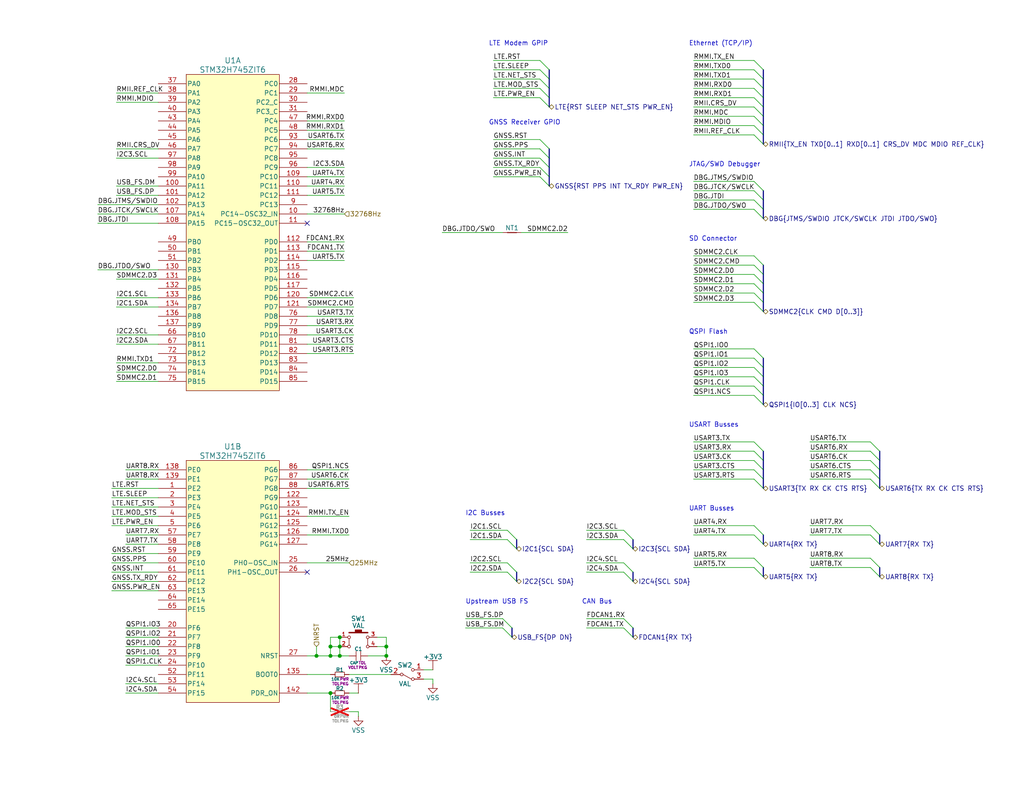
<source format=kicad_sch>
(kicad_sch (version 20250114) (generator "eeschema") (generator_version "9.0")
  (paper "USLetter")
  (title_block (title "STM32H745 I/Os") (date "2025-03-03") (rev "1") (comment 2 "PROTOTYPE") (comment 3 "2025"))
  (lib_symbols
    (symbol "lib_sch:+3V3" (power) (pin_numbers (hide yes)) (pin_names (offset 0) (hide yes))
      (property "Value" "+3V3" (at 0 3.556 0))
      (symbol "+3V3_0_1"
        (polyline (pts (xy -1.27 2.54) (xy 0 2.54)))
        (polyline (pts (xy 0 2.54) (xy 1.27 2.54)))
        (polyline (pts (xy 0 0) (xy 0 2.54)))
      )
      (symbol "+3V3_1_1"
        (pin power_in line (at 0 0 90) (length 0) (name "~") (number "1"))
      )
    )
    (symbol "lib_sch:C_horizontal"
      (property "Reference" "C?" (at 0 1.905 0))
      (property "Value" "CAP" (at 0 -1.905 0))
      (property "Tolerace" "TOL" (at 0 -1.905 0))
      (property "Voltage Rating" "VOLT" (at 0 -3.175 0))
      (property "Package" "PKG" (at 0 -3.175 0))
      (symbol "C_horizontal_0_1"
        (polyline (pts (xy -0.635 -1.27) (xy -0.635 1.27)))
        (polyline (pts (xy 0.635 -1.27) (xy 0.635 1.27)))
      )
      (symbol "C_horizontal_1_1"
        (pin passive line (at -2.54 0 0) (length 1.905) (name "") (number "1"))
        (pin passive line (at 2.54 0 180) (length 1.905) (name "") (number "2"))
      )
    )
    (symbol "lib_sch:NetTie_2" (pin_numbers (hide yes)) (pin_names (offset 0) (hide yes)) (in_bom no)
      (property "Reference" "NT" (at 0 1.27 0))
      (property "Value" "NetTie_2" (at 0 -1.27 0))
      (symbol "NetTie_2_0_1"
        (polyline (pts (xy -1.27 0) (xy 1.27 0)) (stroke (width 0.254)))
      )
      (symbol "NetTie_2_1_1"
        (pin passive line (at -2.54 0 0) (length 2.54) (name "1") (number "1"))
        (pin passive line (at 2.54 0 180) (length 2.54) (name "2") (number "2"))
      )
    )
    (symbol "lib_sch:R_horizontal"
      (property "Reference" "R?" (at 0 1.27 0))
      (property "Value" "VAL" (at 0 -1.27 0))
      (property "Tolerance" "TOL" (at 0 -2.54 0))
      (property "Power Rating" "PWR" (at 0 -1.27 0))
      (property "Package" "PKG" (at 0 -2.54 0))
      (symbol "R_horizontal_0_1"
        (polyline (pts (xy -1.27 -0.635) (xy 1.27 -0.635) (xy 1.27 0.635) (xy -1.27 0.635) (xy -1.27 -0.635)))
      )
      (symbol "R_horizontal_1_1"
        (pin passive line (at -2.54 0 0) (length 1.27) (name "") (number "1"))
        (pin passive line (at 2.54 0 180) (length 1.27) (name "") (number "2"))
      )
    )
    (symbol "lib_sch:SPDT"
      (property "Reference" "SW?" (at 0 5.715 0))
      (property "Value" "VAL" (at 0 3.81 0))
      (symbol "SPDT_0_1"
        (circle (center -0.889 0) (radius 0.381))
        (polyline (pts (xy -0.508 0) (xy 1.778 -1.27)))
        (circle (center 2.159 1.27) (radius 0.381))
        (circle (center 2.159 -1.27) (radius 0.381))
      )
      (symbol "SPDT_1_0"
        (pin passive line (at -3.81 0 0) (length 2.54) (name "") (number "2"))
        (pin passive line (at 5.08 1.27 180) (length 2.54) (name "") (number "1"))
        (pin passive line (at 5.08 -1.27 180) (length 2.54) (name "") (number "3"))
      )
    )
    (symbol "lib_sch:SPST-NO Button" (pin_names (offset 1.016))
      (property "Reference" "SW?" (at 0 6.35 0))
      (property "Value" "VAL" (at 0 4.445 0))
      (symbol "SPST-NO Button_0_0"
        (polyline (pts (xy -2.54 0.889) (xy -2.54 -0.889)))
        (polyline (pts (xy 2.54 0.889) (xy 2.54 -0.889)))
      )
      (symbol "SPST-NO Button_0_1"
        (circle (center -2.54 1.27) (radius 0.381))
        (circle (center -2.54 -1.27) (radius 0.381))
        (circle (center 2.54 1.27) (radius 0.381))
        (circle (center 2.54 -1.27) (radius 0.381))
      )
      (symbol "SPST-NO Button_1_0"
        (polyline (pts (xy -2.54 2.54) (xy 2.54 2.54)) (stroke (width 0.381)))
        (rectangle (start -0.889 3.302) (end 0.889 2.54) (fill (type outline)))
        (pin passive line (at -5.08 1.27 0) (length 2.159) (name "") (number "1"))
        (pin passive line (at -5.08 -1.27 0) (length 2.159) (name "") (number "2"))
        (pin passive line (at 5.08 1.27 180) (length 2.159) (name "") (number "3"))
        (pin passive line (at 5.08 -1.27 180) (length 2.159) (name "") (number "4"))
      )
    )
    (symbol "lib_sch:STM32H745ZIT6" (pin_names (offset 0.254))
      (property "Reference" "U" (at 0 63.5 0))
      (property "Value" "STM32H745ZIT6" (at -0.508 60.96 0))
      (symbol "STM32H745ZIT6_1_1"
        (rectangle (start -12.7 43.18) (end 12.7 -43.18) (fill (type background)))
        (pin bidirectional line (at -20.32 40.64 0) (length 7.62) (name "PA0") (number "37"))
        (pin bidirectional line (at -20.32 38.1 0) (length 7.62) (name "PA1") (number "38"))
        (pin bidirectional line (at -20.32 35.56 0) (length 7.62) (name "PA2") (number "39"))
        (pin bidirectional line (at -20.32 33.02 0) (length 7.62) (name "PA3") (number "40"))
        (pin bidirectional line (at -20.32 30.48 0) (length 7.62) (name "PA4") (number "43"))
        (pin bidirectional line (at -20.32 27.94 0) (length 7.62) (name "PA5") (number "44"))
        (pin bidirectional line (at -20.32 25.4 0) (length 7.62) (name "PA6") (number "45"))
        (pin bidirectional line (at -20.32 22.86 0) (length 7.62) (name "PA7") (number "46"))
        (pin bidirectional line (at -20.32 20.32 0) (length 7.62) (name "PA8") (number "97"))
        (pin bidirectional line (at -20.32 17.78 0) (length 7.62) (name "PA9") (number "98"))
        (pin bidirectional line (at -20.32 15.24 0) (length 7.62) (name "PA10") (number "99"))
        (pin bidirectional line (at -20.32 12.7 0) (length 7.62) (name "PA11") (number "100"))
        (pin bidirectional line (at -20.32 10.16 0) (length 7.62) (name "PA12") (number "101"))
        (pin bidirectional line (at -20.32 7.62 0) (length 7.62) (name "PA13") (number "102"))
        (pin bidirectional line (at -20.32 5.08 0) (length 7.62) (name "PA14") (number "107"))
        (pin bidirectional line (at -20.32 2.54 0) (length 7.62) (name "PA15") (number "108"))
        (pin bidirectional line (at -20.32 -2.54 0) (length 7.62) (name "PB0") (number "49"))
        (pin bidirectional line (at -20.32 -5.08 0) (length 7.62) (name "PB1") (number "50"))
        (pin bidirectional line (at -20.32 -7.62 0) (length 7.62) (name "PB2") (number "51"))
        (pin bidirectional line (at -20.32 -10.16 0) (length 7.62) (name "PB3") (number "130"))
        (pin bidirectional line (at -20.32 -12.7 0) (length 7.62) (name "PB4") (number "131"))
        (pin bidirectional line (at -20.32 -15.24 0) (length 7.62) (name "PB5") (number "132"))
        (pin bidirectional line (at -20.32 -17.78 0) (length 7.62) (name "PB6") (number "133"))
        (pin bidirectional line (at -20.32 -20.32 0) (length 7.62) (name "PB7") (number "134"))
        (pin bidirectional line (at -20.32 -22.86 0) (length 7.62) (name "PB8") (number "136"))
        (pin bidirectional line (at -20.32 -25.4 0) (length 7.62) (name "PB9") (number "137"))
        (pin bidirectional line (at -20.32 -27.94 0) (length 7.62) (name "PB10") (number "66"))
        (pin bidirectional line (at -20.32 -30.48 0) (length 7.62) (name "PB11") (number "67"))
        (pin bidirectional line (at -20.32 -33.02 0) (length 7.62) (name "PB12") (number "72"))
        (pin bidirectional line (at -20.32 -35.56 0) (length 7.62) (name "PB13") (number "73"))
        (pin bidirectional line (at -20.32 -38.1 0) (length 7.62) (name "PB14") (number "74"))
        (pin bidirectional line (at -20.32 -40.64 0) (length 7.62) (name "PB15") (number "75"))
        (pin bidirectional line (at 20.32 40.64 180) (length 7.62) (name "PC0") (number "28"))
        (pin bidirectional line (at 20.32 38.1 180) (length 7.62) (name "PC1") (number "29"))
        (pin bidirectional line (at 20.32 35.56 180) (length 7.62) (name "PC2_C") (number "30"))
        (pin bidirectional line (at 20.32 33.02 180) (length 7.62) (name "PC3_C") (number "31"))
        (pin bidirectional line (at 20.32 30.48 180) (length 7.62) (name "PC4") (number "47"))
        (pin bidirectional line (at 20.32 27.94 180) (length 7.62) (name "PC5") (number "48"))
        (pin bidirectional line (at 20.32 25.4 180) (length 7.62) (name "PC6") (number "93"))
        (pin bidirectional line (at 20.32 22.86 180) (length 7.62) (name "PC7") (number "94"))
        (pin bidirectional line (at 20.32 20.32 180) (length 7.62) (name "PC8") (number "95"))
        (pin bidirectional line (at 20.32 17.78 180) (length 7.62) (name "PC9") (number "96"))
        (pin bidirectional line (at 20.32 15.24 180) (length 7.62) (name "PC10") (number "109"))
        (pin bidirectional line (at 20.32 12.7 180) (length 7.62) (name "PC11") (number "110"))
        (pin bidirectional line (at 20.32 10.16 180) (length 7.62) (name "PC12") (number "111"))
        (pin bidirectional line (at 20.32 7.62 180) (length 7.62) (name "PC13") (number "9"))
        (pin bidirectional line (at 20.32 5.08 180) (length 7.62) (name "PC14-OSC32_IN") (number "10"))
        (pin bidirectional line (at 20.32 2.54 180) (length 7.62) (name "PC15-OSC32_OUT") (number "11"))
        (pin bidirectional line (at 20.32 -2.54 180) (length 7.62) (name "PD0") (number "112"))
        (pin bidirectional line (at 20.32 -5.08 180) (length 7.62) (name "PD1") (number "113"))
        (pin bidirectional line (at 20.32 -7.62 180) (length 7.62) (name "PD2") (number "114"))
        (pin bidirectional line (at 20.32 -10.16 180) (length 7.62) (name "PD3") (number "115"))
        (pin bidirectional line (at 20.32 -12.7 180) (length 7.62) (name "PD4") (number "116"))
        (pin bidirectional line (at 20.32 -15.24 180) (length 7.62) (name "PD5") (number "117"))
        (pin bidirectional line (at 20.32 -17.78 180) (length 7.62) (name "PD6") (number "120"))
        (pin bidirectional line (at 20.32 -20.32 180) (length 7.62) (name "PD7") (number "121"))
        (pin bidirectional line (at 20.32 -22.86 180) (length 7.62) (name "PD8") (number "76"))
        (pin bidirectional line (at 20.32 -25.4 180) (length 7.62) (name "PD9") (number "77"))
        (pin bidirectional line (at 20.32 -27.94 180) (length 7.62) (name "PD10") (number "78"))
        (pin bidirectional line (at 20.32 -30.48 180) (length 7.62) (name "PD11") (number "81"))
        (pin bidirectional line (at 20.32 -33.02 180) (length 7.62) (name "PD12") (number "82"))
        (pin bidirectional line (at 20.32 -35.56 180) (length 7.62) (name "PD13") (number "83"))
        (pin bidirectional line (at 20.32 -38.1 180) (length 7.62) (name "PD14") (number "84"))
        (pin bidirectional line (at 20.32 -40.64 180) (length 7.62) (name "PD15") (number "85"))
      )
      (symbol "STM32H745ZIT6_2_1"
        (rectangle (start -12.7 33.02) (end 12.7 -33.02) (fill (type background)))
        (pin bidirectional line (at -20.32 30.48 0) (length 7.62) (name "PE0") (number "138"))
        (pin bidirectional line (at -20.32 27.94 0) (length 7.62) (name "PE1") (number "139"))
        (pin bidirectional line (at -20.32 25.4 0) (length 7.62) (name "PE2") (number "1"))
        (pin bidirectional line (at -20.32 22.86 0) (length 7.62) (name "PE3") (number "2"))
        (pin bidirectional line (at -20.32 20.32 0) (length 7.62) (name "PE4") (number "3"))
        (pin bidirectional line (at -20.32 17.78 0) (length 7.62) (name "PE5") (number "4"))
        (pin bidirectional line (at -20.32 15.24 0) (length 7.62) (name "PE6") (number "5"))
        (pin bidirectional line (at -20.32 12.7 0) (length 7.62) (name "PE7") (number "57"))
        (pin bidirectional line (at -20.32 10.16 0) (length 7.62) (name "PE8") (number "58"))
        (pin bidirectional line (at -20.32 7.62 0) (length 7.62) (name "PE9") (number "59"))
        (pin bidirectional line (at -20.32 5.08 0) (length 7.62) (name "PE10") (number "60"))
        (pin bidirectional line (at -20.32 2.54 0) (length 7.62) (name "PE11") (number "61"))
        (pin bidirectional line (at -20.32 0 0) (length 7.62) (name "PE12") (number "62"))
        (pin bidirectional line (at -20.32 -2.54 0) (length 7.62) (name "PE13") (number "63"))
        (pin bidirectional line (at -20.32 -5.08 0) (length 7.62) (name "PE14") (number "64"))
        (pin bidirectional line (at -20.32 -7.62 0) (length 7.62) (name "PE15") (number "65"))
        (pin bidirectional line (at -20.32 -12.7 0) (length 7.62) (name "PF6") (number "20"))
        (pin bidirectional line (at -20.32 -15.24 0) (length 7.62) (name "PF7") (number "21"))
        (pin bidirectional line (at -20.32 -17.78 0) (length 7.62) (name "PF8") (number "22"))
        (pin bidirectional line (at -20.32 -20.32 0) (length 7.62) (name "PF9") (number "23"))
        (pin bidirectional line (at -20.32 -22.86 0) (length 7.62) (name "PF10") (number "24"))
        (pin bidirectional line (at -20.32 -25.4 0) (length 7.62) (name "PF11") (number "52"))
        (pin bidirectional line (at -20.32 -27.94 0) (length 7.62) (name "PF14") (number "53"))
        (pin bidirectional line (at -20.32 -30.48 0) (length 7.62) (name "PF15") (number "54"))
        (pin bidirectional line (at 20.32 30.48 180) (length 7.62) (name "PG6") (number "86"))
        (pin bidirectional line (at 20.32 27.94 180) (length 7.62) (name "PG7") (number "87"))
        (pin bidirectional line (at 20.32 25.4 180) (length 7.62) (name "PG8") (number "88"))
        (pin bidirectional line (at 20.32 22.86 180) (length 7.62) (name "PG9") (number "122"))
        (pin bidirectional line (at 20.32 20.32 180) (length 7.62) (name "PG10") (number "123"))
        (pin bidirectional line (at 20.32 17.78 180) (length 7.62) (name "PG11") (number "124"))
        (pin bidirectional line (at 20.32 15.24 180) (length 7.62) (name "PG12") (number "125"))
        (pin bidirectional line (at 20.32 12.7 180) (length 7.62) (name "PG13") (number "126"))
        (pin bidirectional line (at 20.32 10.16 180) (length 7.62) (name "PG14") (number "127"))
        (pin bidirectional line (at 20.32 5.08 180) (length 7.62) (name "PH0-OSC_IN") (number "25"))
        (pin bidirectional line (at 20.32 2.54 180) (length 7.62) (name "PH1-OSC_OUT") (number "26"))
        (pin bidirectional line (at 20.32 -20.32 180) (length 7.62) (name "NRST") (number "27"))
        (pin input line (at 20.32 -25.4 180) (length 7.62) (name "BOOT0") (number "135"))
        (pin bidirectional line (at 20.32 -30.48 180) (length 7.62) (name "PDR_ON") (number "142"))
      )
      (symbol "STM32H745ZIT6_3_1"
        (rectangle (start -12.7 34.29) (end 12.7 -34.29) (fill (type background)))
        (pin power_in line (at -20.32 31.75 0) (length 7.62) (name "VDD") (number "7"))
        (pin power_in line (at -20.32 29.21 0) (length 7.62) (name "VDD") (number "13"))
        (pin power_in line (at -20.32 26.67 0) (length 7.62) (name "VDD") (number "19"))
        (pin power_in line (at -20.32 24.13 0) (length 7.62) (name "VDD") (number "32"))
        (pin power_in line (at -20.32 21.59 0) (length 7.62) (name "VDD") (number "42"))
        (pin power_in line (at -20.32 19.05 0) (length 7.62) (name "VDD") (number "56"))
        (pin power_in line (at -20.32 16.51 0) (length 7.62) (name "VDD") (number "71"))
        (pin power_in line (at -20.32 13.97 0) (length 7.62) (name "VDD") (number "79"))
        (pin power_in line (at -20.32 11.43 0) (length 7.62) (name "VDD") (number "92"))
        (pin power_in line (at -20.32 8.89 0) (length 7.62) (name "VDD") (number "106"))
        (pin power_in line (at -20.32 6.35 0) (length 7.62) (name "VDD") (number "119"))
        (pin power_in line (at -20.32 3.81 0) (length 7.62) (name "VDD") (number "129"))
        (pin power_in line (at -20.32 1.27 0) (length 7.62) (name "VDD") (number "144"))
        (pin power_in line (at -20.32 -3.81 0) (length 7.62) (name "VDDA") (number "36"))
        (pin power_in line (at -20.32 -8.89 0) (length 7.62) (name "VDDLDO") (number "70"))
        (pin power_in line (at -20.32 -11.43 0) (length 7.62) (name "VDDLDO") (number "105"))
        (pin power_in line (at -20.32 -13.97 0) (length 7.62) (name "VDDLDO") (number "143"))
        (pin power_in line (at -20.32 -19.05 0) (length 7.62) (name "VDDSMPS") (number "16"))
        (pin power_in line (at -20.32 -24.13 0) (length 7.62) (name "VDD33USB") (number "91"))
        (pin power_in line (at -20.32 -26.67 0) (length 7.62) (name "VDD50USB") (number "90"))
        (pin power_in line (at -20.32 -31.75 0) (length 7.62) (name "VREF+") (number "35"))
        (pin power_in line (at 20.32 31.75 180) (length 7.62) (name "VSS") (number "6"))
        (pin power_in line (at 20.32 29.21 180) (length 7.62) (name "VSS") (number "12"))
        (pin power_in line (at 20.32 26.67 180) (length 7.62) (name "VSS") (number "18"))
        (pin power_in line (at 20.32 24.13 180) (length 7.62) (name "VSS") (number "33"))
        (pin power_in line (at 20.32 21.59 180) (length 7.62) (name "VSS") (number "41"))
        (pin power_in line (at 20.32 19.05 180) (length 7.62) (name "VSS") (number "55"))
        (pin power_in line (at 20.32 16.51 180) (length 7.62) (name "VSS") (number "69"))
        (pin power_in line (at 20.32 13.97 180) (length 7.62) (name "VSS") (number "80"))
        (pin power_in line (at 20.32 11.43 180) (length 7.62) (name "VSS") (number "89"))
        (pin power_in line (at 20.32 8.89 180) (length 7.62) (name "VSS") (number "104"))
        (pin power_in line (at 20.32 6.35 180) (length 7.62) (name "VSS") (number "118"))
        (pin power_in line (at 20.32 3.81 180) (length 7.62) (name "VSS") (number "128"))
        (pin power_in line (at 20.32 1.27 180) (length 7.62) (name "VSS") (number "141"))
        (pin power_in line (at 20.32 -3.81 180) (length 7.62) (name "VSSA") (number "34"))
        (pin power_in line (at 20.32 -8.89 180) (length 7.62) (name "VSSSMPS") (number "14"))
        (pin power_in line (at 20.32 -13.97 180) (length 7.62) (name "VFBSMPS") (number "17"))
        (pin power_in line (at 20.32 -16.51 180) (length 7.62) (name "VLXSMPS") (number "15"))
        (pin power_in line (at 20.32 -21.59 180) (length 7.62) (name "VBAT") (number "8"))
        (pin power_in line (at 20.32 -26.67 180) (length 7.62) (name "VCAP") (number "68"))
        (pin power_in line (at 20.32 -29.21 180) (length 7.62) (name "VCAP") (number "103"))
        (pin power_in line (at 20.32 -31.75 180) (length 7.62) (name "VCAP") (number "140"))
      )
    )
    (symbol "lib_sch:VSS" (power) (pin_numbers (hide yes)) (pin_names (offset 0) (hide yes))
      (property "Value" "VSS" (at 0 -3.81 0))
      (symbol "VSS_0_1"
        (polyline (pts (xy 0 0) (xy 0 -1.27) (xy 1.27 -1.27) (xy 0 -2.54) (xy -1.27 -1.27) (xy 0 -1.27)))
      )
      (symbol "VSS_1_1"
        (pin power_in line (at 0 0 270) (length 0) (name "~") (number "1"))
      )
    )
  )
  (text "CAN Bus" (at 158.75 165.1 0) (effects (font (size 1.27 1.27)) (justify left bottom)))
  (text "I2C Busses" (at 127 140.97 0) (effects (font (size 1.27 1.27)) (justify left bottom)))
  (text "USART Busses" (at 187.96 116.84 0) (effects (font (size 1.27 1.27)) (justify left bottom)))
  (text "UART Busses" (at 187.96 139.7 0) (effects (font (size 1.27 1.27)) (justify left bottom)))
  (text "GNSS Receiver GPIO" (at 133.35 34.29 0) (effects (font (size 1.27 1.27)) (justify left bottom)))
  (text "Ethernet (TCP/IP)" (at 187.96 12.7 0) (effects (font (size 1.27 1.27)) (justify left bottom)))
  (text "QSPI Flash" (at 187.96 91.44 0) (effects (font (size 1.27 1.27)) (justify left bottom)))
  (text "SD Connector" (at 187.96 66.04 0) (effects (font (size 1.27 1.27)) (justify left bottom)))
  (text "JTAG/SWD Debugger" (at 187.96 45.72 0) (effects (font (size 1.27 1.27)) (justify left bottom)))
  (text "Upstream USB FS" (at 127 165.1 0) (effects (font (size 1.27 1.27)) (justify left bottom)))
  (text "LTE Modem GPIP" (at 133.35 12.7 0) (effects (font (size 1.27 1.27)) (justify left bottom)))
  (junction (at 90.17 176.53))
  (junction (at 90.17 189.23))
  (junction (at 92.71 176.53))
  (junction (at 105.41 179.07))
  (junction (at 90.17 179.07))
  (junction (at 105.41 176.53))
  (junction (at 92.71 179.07))
  (junction (at 86.36 179.07))
  (junction (at 92.71 173.99))
  (no_connect (at 83.82 60.96))
  (no_connect (at 83.82 156.21))
  (bus_entry (at 205.74 97.79) (size 2.54 2.54))
  (bus_entry (at 147.32 45.72) (size 2.54 2.54))
  (bus_entry (at 205.74 54.61) (size 2.54 2.54))
  (bus_entry (at 205.74 72.39) (size 2.54 2.54))
  (bus_entry (at 205.74 24.13) (size 2.54 2.54))
  (bus_entry (at 237.49 130.81) (size 2.54 2.54))
  (bus_entry (at 205.74 26.67) (size 2.54 2.54))
  (bus_entry (at 147.32 43.18) (size 2.54 2.54))
  (bus_entry (at 205.74 52.07) (size 2.54 2.54))
  (bus_entry (at 205.74 123.19) (size 2.54 2.54))
  (bus_entry (at 205.74 128.27) (size 2.54 2.54))
  (bus_entry (at 137.16 168.91) (size 2.54 2.54))
  (bus_entry (at 138.43 156.21) (size 2.54 2.54))
  (bus_entry (at 237.49 120.65) (size 2.54 2.54))
  (bus_entry (at 205.74 29.21) (size 2.54 2.54))
  (bus_entry (at 205.74 146.05) (size 2.54 2.54))
  (bus_entry (at 205.74 95.25) (size 2.54 2.54))
  (bus_entry (at 205.74 143.51) (size 2.54 2.54))
  (bus_entry (at 205.74 130.81) (size 2.54 2.54))
  (bus_entry (at 205.74 69.85) (size 2.54 2.54))
  (bus_entry (at 147.32 24.13) (size 2.54 2.54))
  (bus_entry (at 170.18 147.32) (size 2.54 2.54))
  (bus_entry (at 205.74 100.33) (size 2.54 2.54))
  (bus_entry (at 170.18 171.45) (size 2.54 2.54))
  (bus_entry (at 205.74 105.41) (size 2.54 2.54))
  (bus_entry (at 205.74 49.53) (size 2.54 2.54))
  (bus_entry (at 205.74 107.95) (size 2.54 2.54))
  (bus_entry (at 170.18 156.21) (size 2.54 2.54))
  (bus_entry (at 205.74 125.73) (size 2.54 2.54))
  (bus_entry (at 205.74 34.29) (size 2.54 2.54))
  (bus_entry (at 170.18 144.78) (size 2.54 2.54))
  (bus_entry (at 205.74 154.94) (size 2.54 2.54))
  (bus_entry (at 138.43 153.67) (size 2.54 2.54))
  (bus_entry (at 147.32 26.67) (size 2.54 2.54))
  (bus_entry (at 237.49 154.94) (size 2.54 2.54))
  (bus_entry (at 170.18 168.91) (size 2.54 2.54))
  (bus_entry (at 205.74 57.15) (size 2.54 2.54))
  (bus_entry (at 205.74 21.59) (size 2.54 2.54))
  (bus_entry (at 138.43 144.78) (size 2.54 2.54))
  (bus_entry (at 205.74 74.93) (size 2.54 2.54))
  (bus_entry (at 170.18 153.67) (size 2.54 2.54))
  (bus_entry (at 147.32 16.51) (size 2.54 2.54))
  (bus_entry (at 205.74 102.87) (size 2.54 2.54))
  (bus_entry (at 205.74 82.55) (size 2.54 2.54))
  (bus_entry (at 205.74 19.05) (size 2.54 2.54))
  (bus_entry (at 205.74 36.83) (size 2.54 2.54))
  (bus_entry (at 137.16 171.45) (size 2.54 2.54))
  (bus_entry (at 147.32 40.64) (size 2.54 2.54))
  (bus_entry (at 147.32 19.05) (size 2.54 2.54))
  (bus_entry (at 138.43 147.32) (size 2.54 2.54))
  (bus_entry (at 237.49 146.05) (size 2.54 2.54))
  (bus_entry (at 205.74 152.4) (size 2.54 2.54))
  (bus_entry (at 205.74 77.47) (size 2.54 2.54))
  (bus_entry (at 237.49 125.73) (size 2.54 2.54))
  (bus_entry (at 237.49 152.4) (size 2.54 2.54))
  (bus_entry (at 237.49 143.51) (size 2.54 2.54))
  (bus_entry (at 205.74 120.65) (size 2.54 2.54))
  (bus_entry (at 147.32 38.1) (size 2.54 2.54))
  (bus_entry (at 147.32 21.59) (size 2.54 2.54))
  (bus_entry (at 237.49 123.19) (size 2.54 2.54))
  (bus_entry (at 205.74 80.01) (size 2.54 2.54))
  (bus_entry (at 205.74 16.51) (size 2.54 2.54))
  (bus_entry (at 147.32 48.26) (size 2.54 2.54))
  (bus_entry (at 205.74 31.75) (size 2.54 2.54))
  (bus_entry (at 237.49 128.27) (size 2.54 2.54))
  (bus (pts (xy 208.28 80.01) (xy 208.28 82.55)))
  (wire (pts (xy 189.23 100.33) (xy 205.74 100.33)))
  (wire (pts (xy 34.29 130.81) (xy 43.18 130.81)))
  (bus (pts (xy 208.28 123.19) (xy 208.28 125.73)))
  (bus (pts (xy 208.28 100.33) (xy 208.28 102.87)))
  (wire (pts (xy 147.32 19.05) (xy 134.62 19.05)))
  (wire (pts (xy 30.48 143.51) (xy 43.18 143.51)))
  (wire (pts (xy 189.23 77.47) (xy 205.74 77.47)))
  (wire (pts (xy 31.75 91.44) (xy 43.18 91.44)))
  (wire (pts (xy 83.82 25.4) (xy 93.98 25.4)))
  (wire (pts (xy 189.23 95.25) (xy 205.74 95.25)))
  (wire (pts (xy 83.82 40.64) (xy 93.98 40.64)))
  (wire (pts (xy 31.75 50.8) (xy 43.18 50.8)))
  (bus (pts (xy 208.28 72.39) (xy 208.28 74.93)))
  (wire (pts (xy 26.67 60.96) (xy 43.18 60.96)))
  (wire (pts (xy 30.48 153.67) (xy 43.18 153.67)))
  (wire (pts (xy 134.62 38.1) (xy 147.32 38.1)))
  (wire (pts (xy 134.62 43.18) (xy 147.32 43.18)))
  (wire (pts (xy 160.02 153.67) (xy 170.18 153.67)))
  (bus (pts (xy 140.97 156.21) (xy 140.97 158.75)))
  (wire (pts (xy 83.82 146.05) (xy 95.25 146.05)))
  (bus (pts (xy 240.03 154.94) (xy 240.03 157.48)))
  (wire (pts (xy 189.23 152.4) (xy 205.74 152.4)))
  (wire (pts (xy 83.82 53.34) (xy 93.98 53.34)))
  (wire (pts (xy 189.23 143.51) (xy 205.74 143.51)))
  (wire (pts (xy 220.98 154.94) (xy 237.49 154.94)))
  (wire (pts (xy 90.17 176.53) (xy 90.17 179.07)))
  (wire (pts (xy 83.82 58.42) (xy 93.98 58.42)))
  (wire (pts (xy 160.02 156.21) (xy 170.18 156.21)))
  (wire (pts (xy 30.48 156.21) (xy 43.18 156.21)))
  (bus (pts (xy 208.28 125.73) (xy 208.28 128.27)))
  (wire (pts (xy 189.23 52.07) (xy 205.74 52.07)))
  (wire (pts (xy 189.23 130.81) (xy 205.74 130.81)))
  (wire (pts (xy 83.82 153.67) (xy 95.25 153.67)))
  (wire (pts (xy 220.98 123.19) (xy 237.49 123.19)))
  (wire (pts (xy 30.48 151.13) (xy 43.18 151.13)))
  (wire (pts (xy 26.67 55.88) (xy 43.18 55.88)))
  (wire (pts (xy 83.82 33.02) (xy 93.98 33.02)))
  (wire (pts (xy 189.23 82.55) (xy 205.74 82.55)))
  (wire (pts (xy 205.74 19.05) (xy 189.23 19.05)))
  (wire (pts (xy 142.24 63.5) (xy 154.94 63.5)))
  (wire (pts (xy 147.32 21.59) (xy 134.62 21.59)))
  (wire (pts (xy 189.23 72.39) (xy 205.74 72.39)))
  (wire (pts (xy 86.36 179.07) (xy 90.17 179.07)))
  (wire (pts (xy 83.82 35.56) (xy 93.98 35.56)))
  (wire (pts (xy 34.29 171.45) (xy 43.18 171.45)))
  (wire (pts (xy 160.02 147.32) (xy 170.18 147.32)))
  (bus (pts (xy 240.03 146.05) (xy 240.03 148.59)))
  (wire (pts (xy 147.32 16.51) (xy 134.62 16.51)))
  (bus (pts (xy 172.72 147.32) (xy 172.72 149.86)))
  (wire (pts (xy 205.74 16.51) (xy 189.23 16.51)))
  (bus (pts (xy 208.28 154.94) (xy 208.28 157.48)))
  (wire (pts (xy 30.48 140.97) (xy 43.18 140.97)))
  (bus (pts (xy 208.28 74.93) (xy 208.28 77.47)))
  (wire (pts (xy 83.82 48.26) (xy 93.98 48.26)))
  (wire (pts (xy 26.67 58.42) (xy 43.18 58.42)))
  (wire (pts (xy 147.32 24.13) (xy 134.62 24.13)))
  (bus (pts (xy 172.72 171.45) (xy 172.72 173.99)))
  (wire (pts (xy 90.17 189.23) (xy 90.17 194.31)))
  (bus (pts (xy 172.72 156.21) (xy 172.72 158.75)))
  (wire (pts (xy 127 171.45) (xy 137.16 171.45)))
  (wire (pts (xy 120.65 63.5) (xy 137.16 63.5)))
  (wire (pts (xy 92.71 173.99) (xy 90.17 173.99)))
  (wire (pts (xy 83.82 50.8) (xy 93.98 50.8)))
  (wire (pts (xy 134.62 48.26) (xy 147.32 48.26)))
  (wire (pts (xy 189.23 29.21) (xy 205.74 29.21)))
  (bus (pts (xy 208.28 105.41) (xy 208.28 107.95)))
  (bus (pts (xy 149.86 45.72) (xy 149.86 48.26)))
  (wire (pts (xy 220.98 146.05) (xy 237.49 146.05)))
  (bus (pts (xy 208.28 54.61) (xy 208.28 57.15)))
  (wire (pts (xy 220.98 130.81) (xy 237.49 130.81)))
  (wire (pts (xy 30.48 158.75) (xy 43.18 158.75)))
  (wire (pts (xy 83.82 96.52) (xy 96.52 96.52)))
  (wire (pts (xy 220.98 125.73) (xy 237.49 125.73)))
  (wire (pts (xy 83.82 128.27) (xy 95.25 128.27)))
  (wire (pts (xy 189.23 54.61) (xy 205.74 54.61)))
  (bus (pts (xy 140.97 147.32) (xy 140.97 149.86)))
  (wire (pts (xy 134.62 45.72) (xy 147.32 45.72)))
  (wire (pts (xy 83.82 140.97) (xy 95.25 140.97)))
  (wire (pts (xy 115.57 182.88) (xy 118.11 182.88)))
  (bus (pts (xy 149.86 40.64) (xy 149.86 43.18)))
  (wire (pts (xy 31.75 101.6) (xy 43.18 101.6)))
  (wire (pts (xy 26.67 73.66) (xy 43.18 73.66)))
  (wire (pts (xy 220.98 143.51) (xy 237.49 143.51)))
  (wire (pts (xy 134.62 26.67) (xy 147.32 26.67)))
  (bus (pts (xy 208.28 29.21) (xy 208.28 31.75)))
  (wire (pts (xy 34.29 179.07) (xy 43.18 179.07)))
  (wire (pts (xy 189.23 128.27) (xy 205.74 128.27)))
  (wire (pts (xy 189.23 125.73) (xy 205.74 125.73)))
  (wire (pts (xy 189.23 120.65) (xy 205.74 120.65)))
  (wire (pts (xy 31.75 93.98) (xy 43.18 93.98)))
  (wire (pts (xy 43.18 133.35) (xy 30.48 133.35)))
  (wire (pts (xy 189.23 34.29) (xy 205.74 34.29)))
  (bus (pts (xy 208.28 130.81) (xy 208.28 133.35)))
  (wire (pts (xy 97.79 194.31) (xy 95.25 194.31)))
  (wire (pts (xy 86.36 176.53) (xy 86.36 179.07)))
  (wire (pts (xy 90.17 179.07) (xy 92.71 179.07)))
  (wire (pts (xy 43.18 135.89) (xy 30.48 135.89)))
  (bus (pts (xy 208.28 21.59) (xy 208.28 24.13)))
  (wire (pts (xy 160.02 168.91) (xy 170.18 168.91)))
  (wire (pts (xy 31.75 40.64) (xy 43.18 40.64)))
  (bus (pts (xy 240.03 130.81) (xy 240.03 133.35)))
  (wire (pts (xy 83.82 184.15) (xy 90.17 184.15)))
  (bus (pts (xy 208.28 146.05) (xy 208.28 148.59)))
  (wire (pts (xy 83.82 91.44) (xy 96.52 91.44)))
  (wire (pts (xy 95.25 184.15) (xy 106.68 184.15)))
  (wire (pts (xy 189.23 105.41) (xy 205.74 105.41)))
  (wire (pts (xy 220.98 152.4) (xy 237.49 152.4)))
  (wire (pts (xy 128.27 144.78) (xy 138.43 144.78)))
  (wire (pts (xy 34.29 146.05) (xy 43.18 146.05)))
  (wire (pts (xy 128.27 156.21) (xy 138.43 156.21)))
  (wire (pts (xy 205.74 24.13) (xy 189.23 24.13)))
  (wire (pts (xy 34.29 181.61) (xy 43.18 181.61)))
  (wire (pts (xy 97.79 189.23) (xy 95.25 189.23)))
  (bus (pts (xy 240.03 125.73) (xy 240.03 128.27)))
  (wire (pts (xy 92.71 179.07) (xy 95.25 179.07)))
  (wire (pts (xy 31.75 99.06) (xy 43.18 99.06)))
  (bus (pts (xy 208.28 34.29) (xy 208.28 36.83)))
  (wire (pts (xy 34.29 176.53) (xy 43.18 176.53)))
  (wire (pts (xy 92.71 179.07) (xy 92.71 176.53)))
  (wire (pts (xy 31.75 104.14) (xy 43.18 104.14)))
  (bus (pts (xy 149.86 26.67) (xy 149.86 29.21)))
  (wire (pts (xy 205.74 31.75) (xy 189.23 31.75)))
  (wire (pts (xy 127 168.91) (xy 137.16 168.91)))
  (wire (pts (xy 43.18 138.43) (xy 30.48 138.43)))
  (wire (pts (xy 189.23 123.19) (xy 205.74 123.19)))
  (wire (pts (xy 105.41 173.99) (xy 105.41 176.53)))
  (bus (pts (xy 208.28 19.05) (xy 208.28 21.59)))
  (bus (pts (xy 208.28 31.75) (xy 208.28 34.29)))
  (wire (pts (xy 31.75 76.2) (xy 43.18 76.2)))
  (wire (pts (xy 83.82 93.98) (xy 96.52 93.98)))
  (bus (pts (xy 208.28 102.87) (xy 208.28 105.41)))
  (bus (pts (xy 208.28 24.13) (xy 208.28 26.67)))
  (wire (pts (xy 100.33 179.07) (xy 105.41 179.07)))
  (wire (pts (xy 83.82 71.12) (xy 93.98 71.12)))
  (bus (pts (xy 149.86 19.05) (xy 149.86 21.59)))
  (bus (pts (xy 208.28 97.79) (xy 208.28 100.33)))
  (wire (pts (xy 118.11 186.69) (xy 118.11 185.42)))
  (bus (pts (xy 149.86 48.26) (xy 149.86 50.8)))
  (wire (pts (xy 90.17 176.53) (xy 92.71 176.53)))
  (wire (pts (xy 83.82 88.9) (xy 96.52 88.9)))
  (wire (pts (xy 105.41 176.53) (xy 105.41 179.07)))
  (wire (pts (xy 220.98 128.27) (xy 237.49 128.27)))
  (wire (pts (xy 189.23 21.59) (xy 205.74 21.59)))
  (bus (pts (xy 208.28 107.95) (xy 208.28 110.49)))
  (wire (pts (xy 102.87 176.53) (xy 105.41 176.53)))
  (wire (pts (xy 83.82 66.04) (xy 93.98 66.04)))
  (wire (pts (xy 189.23 69.85) (xy 205.74 69.85)))
  (wire (pts (xy 92.71 173.99) (xy 92.71 176.53)))
  (bus (pts (xy 208.28 26.67) (xy 208.28 29.21)))
  (wire (pts (xy 128.27 147.32) (xy 138.43 147.32)))
  (wire (pts (xy 34.29 128.27) (xy 43.18 128.27)))
  (wire (pts (xy 83.82 133.35) (xy 95.25 133.35)))
  (wire (pts (xy 189.23 80.01) (xy 205.74 80.01)))
  (wire (pts (xy 189.23 49.53) (xy 205.74 49.53)))
  (wire (pts (xy 83.82 189.23) (xy 90.17 189.23)))
  (wire (pts (xy 189.23 154.94) (xy 205.74 154.94)))
  (bus (pts (xy 208.28 77.47) (xy 208.28 80.01)))
  (wire (pts (xy 128.27 153.67) (xy 138.43 153.67)))
  (wire (pts (xy 205.74 26.67) (xy 189.23 26.67)))
  (wire (pts (xy 31.75 27.94) (xy 43.18 27.94)))
  (wire (pts (xy 31.75 83.82) (xy 43.18 83.82)))
  (wire (pts (xy 34.29 173.99) (xy 43.18 173.99)))
  (wire (pts (xy 118.11 185.42) (xy 115.57 185.42)))
  (bus (pts (xy 149.86 43.18) (xy 149.86 45.72)))
  (wire (pts (xy 189.23 102.87) (xy 205.74 102.87)))
  (bus (pts (xy 240.03 123.19) (xy 240.03 125.73)))
  (bus (pts (xy 208.28 128.27) (xy 208.28 130.81)))
  (wire (pts (xy 189.23 74.93) (xy 205.74 74.93)))
  (wire (pts (xy 83.82 83.82) (xy 96.52 83.82)))
  (wire (pts (xy 83.82 179.07) (xy 86.36 179.07)))
  (bus (pts (xy 240.03 128.27) (xy 240.03 130.81)))
  (wire (pts (xy 31.75 25.4) (xy 43.18 25.4)))
  (wire (pts (xy 34.29 148.59) (xy 43.18 148.59)))
  (wire (pts (xy 31.75 53.34) (xy 43.18 53.34)))
  (bus (pts (xy 208.28 52.07) (xy 208.28 54.61)))
  (wire (pts (xy 34.29 186.69) (xy 43.18 186.69)))
  (bus (pts (xy 208.28 82.55) (xy 208.28 85.09)))
  (bus (pts (xy 149.86 24.13) (xy 149.86 26.67)))
  (wire (pts (xy 83.82 86.36) (xy 96.52 86.36)))
  (wire (pts (xy 31.75 43.18) (xy 43.18 43.18)))
  (wire (pts (xy 189.23 57.15) (xy 205.74 57.15)))
  (bus (pts (xy 208.28 36.83) (xy 208.28 39.37)))
  (wire (pts (xy 83.82 45.72) (xy 93.98 45.72)))
  (wire (pts (xy 160.02 171.45) (xy 170.18 171.45)))
  (wire (pts (xy 160.02 144.78) (xy 170.18 144.78)))
  (wire (pts (xy 83.82 81.28) (xy 96.52 81.28)))
  (bus (pts (xy 149.86 21.59) (xy 149.86 24.13)))
  (bus (pts (xy 208.28 57.15) (xy 208.28 59.69)))
  (wire (pts (xy 102.87 173.99) (xy 105.41 173.99)))
  (wire (pts (xy 189.23 107.95) (xy 205.74 107.95)))
  (wire (pts (xy 83.82 68.58) (xy 93.98 68.58)))
  (wire (pts (xy 189.23 36.83) (xy 205.74 36.83)))
  (wire (pts (xy 220.98 120.65) (xy 237.49 120.65)))
  (wire (pts (xy 97.79 195.58) (xy 97.79 194.31)))
  (wire (pts (xy 30.48 161.29) (xy 43.18 161.29)))
  (bus (pts (xy 139.7 171.45) (xy 139.7 173.99)))
  (wire (pts (xy 83.82 130.81) (xy 95.25 130.81)))
  (wire (pts (xy 31.75 81.28) (xy 43.18 81.28)))
  (wire (pts (xy 90.17 173.99) (xy 90.17 176.53)))
  (wire (pts (xy 83.82 38.1) (xy 93.98 38.1)))
  (wire (pts (xy 134.62 40.64) (xy 147.32 40.64)))
  (wire (pts (xy 34.29 189.23) (xy 43.18 189.23)))
  (wire (pts (xy 189.23 146.05) (xy 205.74 146.05)))
  (wire (pts (xy 189.23 97.79) (xy 205.74 97.79)))
  (label "I2C2.SCL" (at 31.75 91.44 0))
  (label "RMMI.MDC" (at 93.98 25.4 180))
  (label "SDMMC2.CLK" (at 96.52 81.28 180))
  (label "USART3.TX" (at 96.52 86.36 180))
  (label "RMMI.MDIO" (at 31.75 27.94 0))
  (label "I2C4.SDA" (at 160.02 156.21 0))
  (label "I2C3.SDA" (at 160.02 147.32 0))
  (label "GNSS.TX_RDY" (at 30.48 158.75 0))
  (label "USART6.CK" (at 95.25 130.81 180))
  (label "RMMI.TXD1" (at 189.23 21.59 0))
  (label "RMII.REF_CLK" (at 31.75 25.4 0))
  (label "QSPI1.IO3" (at 34.29 171.45 0))
  (label "I2C4.SCL" (at 34.29 186.69 0))
  (label "I2C4.SCL" (at 160.02 153.67 0))
  (label "QSPI1.IO1" (at 34.29 179.07 0))
  (label "FDCAN1.RX" (at 160.02 168.91 0))
  (label "RMMI.RXD0" (at 93.98 33.02 180))
  (label "USART3.CTS" (at 96.52 93.98 180))
  (label "I2C1.SDA" (at 31.75 83.82 0))
  (label "RMMI.TX_EN" (at 95.25 140.97 180))
  (label "RMMI.MDC" (at 189.23 31.75 0))
  (label "LTE.PWR_EN" (at 30.48 143.51 0))
  (label "USART6.CK" (at 220.98 125.73 0))
  (label "GNSS.PWR_EN" (at 134.62 48.26 0))
  (label "UART5.RX" (at 189.23 152.4 0))
  (label "USART6.CTS" (at 220.98 128.27 0))
  (label "RMMI.RXD1" (at 189.23 26.67 0))
  (label "UART5.TX" (at 93.98 53.34 180))
  (label "QSPI1.NCS" (at 95.25 128.27 180))
  (label "UART7.TX" (at 220.98 146.05 0))
  (label "QSPI1.IO2" (at 34.29 173.99 0))
  (label "DBG.JTDO{slash}SWO" (at 189.23 57.15 0))
  (label "I2C2.SCL" (at 128.27 153.67 0))
  (label "QSPI1.IO1" (at 189.23 97.79 0))
  (label "25MHz" (at 95.25 153.67 180))
  (label "SDMMC2.CMD" (at 96.52 83.82 180))
  (label "UART7.RX" (at 220.98 143.51 0))
  (label "LTE.PWR_EN" (at 134.62 26.67 0))
  (label "UART8.RX" (at 34.29 130.81 0))
  (label "DBG.JTDO{slash}SWO" (at 26.67 73.66 0))
  (label "DBG.JTMS{slash}SWDIO" (at 189.23 49.53 0))
  (label "USART3.RX" (at 96.52 88.9 180))
  (label "GNSS.PPS" (at 30.48 153.67 0))
  (label "QSPI1.CLK" (at 34.29 181.61 0))
  (label "UART8.RX" (at 220.98 152.4 0))
  (label "USB_FS.DM" (at 31.75 50.8 0))
  (label "SDMMC2.D0" (at 31.75 101.6 0))
  (label "RMMI.TXD1" (at 31.75 99.06 0))
  (label "LTE.SLEEP" (at 30.48 135.89 0))
  (label "RMMI.TX_EN" (at 189.23 16.51 0))
  (label "SDMMC2.CMD" (at 189.23 72.39 0))
  (label "USB_FS.DP" (at 127 168.91 0))
  (label "LTE.MOD_STS" (at 30.48 140.97 0))
  (label "QSPI1.IO3" (at 189.23 102.87 0))
  (label "I2C4.SDA" (at 34.29 189.23 0))
  (label "GNSS.INT" (at 134.62 43.18 0))
  (label "DBG.JTMS{slash}SWDIO" (at 26.67 55.88 0))
  (label "RMII.REF_CLK" (at 189.23 36.83 0))
  (label "RMMI.MDIO" (at 189.23 34.29 0))
  (label "GNSS.TX_RDY" (at 134.62 45.72 0))
  (label "UART4.TX" (at 189.23 146.05 0))
  (label "QSPI1.IO0" (at 189.23 95.25 0))
  (label "FDCAN1.TX" (at 93.98 68.58 180))
  (label "I2C1.SCL" (at 128.27 144.78 0))
  (label "UART8.RX" (at 34.29 128.27 0))
  (label "LTE.RST" (at 134.62 16.51 0))
  (label "GNSS.PPS" (at 134.62 40.64 0))
  (label "LTE.MOD_STS" (at 134.62 24.13 0))
  (label "USART6.RX" (at 93.98 40.64 180))
  (label "UART5.TX" (at 189.23 154.94 0))
  (label "USART6.RTS" (at 95.25 133.35 180))
  (label "RMMI.TXD0" (at 95.25 146.05 180))
  (label "SDMMC2.D1" (at 189.23 77.47 0))
  (label "I2C2.SDA" (at 128.27 156.21 0))
  (label "LTE.RST" (at 30.48 133.35 0))
  (label "UART5.TX" (at 93.98 71.12 180))
  (label "SDMMC2.D2" (at 189.23 80.01 0))
  (label "UART7.TX" (at 34.29 148.59 0))
  (label "SDMMC2.CLK" (at 189.23 69.85 0))
  (label "USART6.RTS" (at 220.98 130.81 0))
  (label "QSPI1.NCS" (at 189.23 107.95 0))
  (label "SDMMC2.D1" (at 31.75 104.14 0))
  (label "USART3.CK" (at 96.52 91.44 180))
  (label "FDCAN1.RX" (at 93.98 66.04 180))
  (label "GNSS.INT" (at 30.48 156.21 0))
  (label "USART6.TX" (at 93.98 38.1 180))
  (label "DBG.JTDO{slash}SWO" (at 120.65 63.5 0))
  (label "USART6.TX" (at 220.98 120.65 0))
  (label "UART8.TX" (at 220.98 154.94 0))
  (label "USB_FS.DM" (at 127 171.45 0))
  (label "LTE.NET_STS" (at 30.48 138.43 0))
  (label "LTE.SLEEP" (at 134.62 19.05 0))
  (label "USART3.CK" (at 189.23 125.73 0))
  (label "RMMI.RXD1" (at 93.98 35.56 180))
  (label "QSPI1.IO0" (at 34.29 176.53 0))
  (label "I2C3.SCL" (at 31.75 43.18 0))
  (label "RMII.CRS_DV" (at 189.23 29.21 0))
  (label "I2C1.SDA" (at 128.27 147.32 0))
  (label "I2C2.SDA" (at 31.75 93.98 0))
  (label "DBG.JTDI" (at 26.67 60.96 0))
  (label "SDMMC2.D3" (at 31.75 76.2 0))
  (label "DBG.JTDI" (at 189.23 54.61 0))
  (label "USART3.RTS" (at 189.23 130.81 0))
  (label "RMMI.RXD0" (at 189.23 24.13 0))
  (label "USART3.TX" (at 189.23 120.65 0))
  (label "32768Hz" (at 93.98 58.42 180))
  (label "I2C1.SCL" (at 31.75 81.28 0))
  (label "DBG.JTCK{slash}SWCLK" (at 189.23 52.07 0))
  (label "LTE.NET_STS" (at 134.62 21.59 0))
  (label "SDMMC2.D2" (at 154.94 63.5 180))
  (label "GNSS.RST" (at 134.62 38.1 0))
  (label "UART4.RX" (at 189.23 143.51 0))
  (label "RMII.CRS_DV" (at 31.75 40.64 0))
  (label "UART4.TX" (at 93.98 48.26 180))
  (label "SDMMC2.D3" (at 189.23 82.55 0))
  (label "USB_FS.DP" (at 31.75 53.34 0))
  (label "USART3.RX" (at 189.23 123.19 0))
  (label "UART4.RX" (at 93.98 50.8 180))
  (label "GNSS.PWR_EN" (at 30.48 161.29 0))
  (label "I2C3.SDA" (at 93.98 45.72 180))
  (label "I2C3.SCL" (at 160.02 144.78 0))
  (label "FDCAN1.TX" (at 160.02 171.45 0))
  (label "SDMMC2.D0" (at 189.23 74.93 0))
  (label "UART7.RX" (at 34.29 146.05 0))
  (label "USART3.CTS" (at 189.23 128.27 0))
  (label "GNSS.RST" (at 30.48 151.13 0))
  (label "DBG.JTCK{slash}SWCLK" (at 26.67 58.42 0))
  (label "RMMI.TXD0" (at 189.23 19.05 0))
  (label "QSPI1.IO2" (at 189.23 100.33 0))
  (label "USART6.RX" (at 220.98 123.19 0))
  (label "USART3.RTS" (at 96.52 96.52 180))
  (label "QSPI1.CLK" (at 189.23 105.41 0))
  (hierarchical_label "FDCAN1{RX TX}" (shape bidirectional) (at 172.72 173.99 0))
  (hierarchical_label "LTE{RST SLEEP NET_STS PWR_EN}" (shape bidirectional) (at 149.86 29.21 0))
  (hierarchical_label "I2C4{SCL SDA}" (shape bidirectional) (at 172.72 158.75 0))
  (hierarchical_label "SDMMC2{CLK CMD D[0..3]}" (shape bidirectional) (at 208.28 85.09 0))
  (hierarchical_label "UART8{RX TX}" (shape bidirectional) (at 240.03 157.48 0))
  (hierarchical_label "DBG{JTMS{slash}SWDIO JTCK{slash}SWCLK JTDI JTDO{slash}SWO}" (shape bidirectional) (at 208.28 59.69 0))
  (hierarchical_label "RMII{TX_EN TXD[0..1] RXD[0..1] CRS_DV MDC MDIO REF_CLK}" (shape bidirectional) (at 208.28 39.37 0))
  (hierarchical_label "UART4{RX TX}" (shape bidirectional) (at 208.28 148.59 0))
  (hierarchical_label "I2C1{SCL SDA}" (shape bidirectional) (at 140.97 149.86 0))
  (hierarchical_label "USART6{TX RX CK CTS RTS}" (shape bidirectional) (at 240.03 133.35 0))
  (hierarchical_label "I2C3{SCL SDA}" (shape bidirectional) (at 172.72 149.86 0))
  (hierarchical_label "25MHz" (shape input) (at 95.25 153.67 0))
  (hierarchical_label "UART7{RX TX}" (shape bidirectional) (at 240.03 148.59 0))
  (hierarchical_label "32768Hz" (shape input) (at 93.98 58.42 0))
  (hierarchical_label "USB_FS{DP DN}" (shape bidirectional) (at 139.7 173.99 0))
  (hierarchical_label "QSPI1{IO[0..3] CLK NCS}" (shape bidirectional) (at 208.28 110.49 0))
  (hierarchical_label "NRST" (shape input) (at 86.36 176.53 90))
  (hierarchical_label "GNSS{RST PPS INT TX_RDY PWR_EN}" (shape bidirectional) (at 149.86 50.8 0))
  (hierarchical_label "UART5{RX TX}" (shape bidirectional) (at 208.28 157.48 0))
  (hierarchical_label "I2C2{SCL SDA}" (shape bidirectional) (at 140.97 158.75 0))
  (hierarchical_label "USART3{TX RX CK CTS RTS}" (shape bidirectional) (at 208.28 133.35 0))
  (symbol (lib_id "lib_sch:STM32H745ZIT6") (at 63.5 158.75 0) (unit 2)
    (property "Reference" "U1" (at 63.5 121.92 0) (effects (font (size 1.524 1.524))))
    (property "Value" "STM32H745ZIT6" (at 63.5 124.46 0) (effects (font (size 1.524 1.524))))
    (property "Footprint" "LQFP-144" (effects (hide yes)))
    (property "Datasheet" "STM32H745ZIT6" (effects (hide yes)))
  )
  (symbol (lib_id "lib_sch:VSS") (at 105.41 179.07 0) (unit 1)
    (property "Reference" "#PWR03" (effects (hide yes)))
    (property "Value" "VSS" (at 105.41 182.88 0))
  )
  (symbol (lib_id "lib_sch:VSS") (at 97.79 195.58 0) (unit 1)
    (property "Reference" "#PWR02" (effects (hide yes)))
    (property "Value" "VSS" (at 97.79 199.39 0))
  )
  (symbol (lib_id "lib_sch:+3V3") (at 118.11 182.88 0) (unit 1)
    (property "Reference" "#PWR04" (effects (hide yes)))
    (property "Value" "+3V3" (at 118.11 179.324 0))
  )
  (symbol (lib_id "lib_sch:NetTie_2") (at 139.7 63.5 0) (unit 1) (in_bom no)
    (property "Reference" "NT1" (at 139.7 62.23 0))
    (property "Value" "NetTie_2" (effects (hide yes)))
    (property "Description" "Net tie, 2 pins" (effects (hide yes)))
  )
  (symbol (lib_id "lib_sch:VSS") (at 118.11 186.69 0) (unit 1)
    (property "Reference" "#PWR05" (effects (hide yes)))
    (property "Value" "VSS" (at 118.11 190.5 0))
  )
  (symbol (lib_id "lib_sch:R_horizontal") (at 92.71 189.23 0) (unit 1)
    (property "Reference" "R2" (at 92.71 187.96 0) (effects (font (size 1.016 1.016))))
    (property "Value" "10K" (at 92.71 190.5 0) (effects (font (size 0.762 0.762)) (justify right)))
    (property "Tolerance" "TOL" (at 92.71 191.77 0) (effects (font (size 0.762 0.762)) (justify right)))
    (property "Power Rating" "PWR" (at 92.71 190.5 0) (effects (font (size 0.762 0.762)) (justify left)))
    (property "Package" "PKG" (at 92.71 191.77 0) (effects (font (size 0.762 0.762)) (justify left)))
  )
  (symbol (lib_id "lib_sch:STM32H745ZIT6") (at 63.5 63.5 0) (unit 1)
    (property "Reference" "U1" (at 63.5 16.51 0) (effects (font (size 1.524 1.524))))
    (property "Value" "STM32H745ZIT6" (at 63.5 19.05 0) (effects (font (size 1.524 1.524))))
    (property "Footprint" "LQFP-144" (effects (hide yes)))
    (property "Datasheet" "STM32H745ZIT6" (effects (hide yes)))
  )
  (symbol (lib_id "lib_sch:+3V3") (at 97.79 189.23 0) (unit 1)
    (property "Reference" "#PWR01" (effects (hide yes)))
    (property "Value" "+3V3" (at 97.79 185.674 0))
  )
  (symbol (lib_id "lib_sch:SPDT") (at 110.49 184.15 0) (unit 1)
    (property "Reference" "SW2" (at 110.49 181.61 0))
    (property "Value" "VAL" (at 110.49 186.69 0))
  )
  (symbol (lib_id "lib_sch:R_horizontal") (at 92.71 194.31 0) (unit 1) (dnp yes)
    (property "Reference" "R3" (at 92.71 193.04 0) (effects (font (size 1.016 1.016))))
    (property "Value" "0R" (at 92.71 195.58 0) (effects (font (size 0.762 0.762)) (justify right)))
    (property "Tolerance" "TOL" (at 92.71 196.85 0) (effects (font (size 0.762 0.762)) (justify right)))
    (property "Power Rating" "PWR" (at 92.71 195.58 0) (effects (font (size 0.762 0.762)) (justify left)))
    (property "Package" "PKG" (at 92.71 196.85 0) (effects (font (size 0.762 0.762)) (justify left)))
  )
  (symbol (lib_id "lib_sch:R_horizontal") (at 92.71 184.15 0) (unit 1)
    (property "Reference" "R1" (at 92.71 182.88 0) (effects (font (size 1.016 1.016))))
    (property "Value" "10K" (at 92.71 185.42 0) (effects (font (size 0.762 0.762)) (justify right)))
    (property "Tolerance" "TOL" (at 92.71 186.69 0) (effects (font (size 0.762 0.762)) (justify right)))
    (property "Power Rating" "PWR" (at 92.71 185.42 0) (effects (font (size 0.762 0.762)) (justify left)))
    (property "Package" "PKG" (at 92.71 186.69 0) (effects (font (size 0.762 0.762)) (justify left)))
  )
  (symbol (lib_id "lib_sch:SPST-NO Button") (at 97.79 175.26 0) (unit 1)
    (property "Reference" "SW1" (at 97.79 168.91 0))
    (property "Value" "VAL" (at 97.79 170.815 0))
  )
  (symbol (lib_id "lib_sch:C_horizontal") (at 97.79 179.07 0) (unit 1)
    (property "Reference" "C1" (at 97.79 177.165 0) (effects (font (size 1.016 1.016))))
    (property "Value" "CAP" (at 97.79 180.975 0) (effects (font (size 0.762 0.762)) (justify right)))
    (property "Tolerace" "TOL" (at 97.79 180.975 0) (effects (font (size 0.762 0.762)) (justify left)))
    (property "Voltage Rating" "VOLT" (at 97.79 182.245 0) (effects (font (size 0.762 0.762)) (justify right)))
    (property "Package" "PKG" (at 97.79 182.245 0) (effects (font (size 0.762 0.762)) (justify left)))
  )
)
</source>
